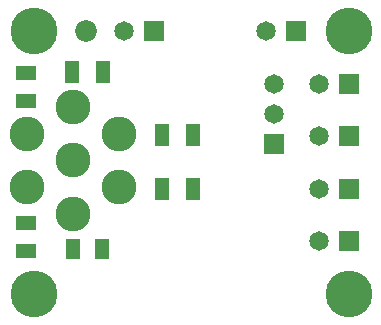
<source format=gbs>
G04 Layer_Color=16711935*
%FSLAX24Y24*%
%MOIN*%
G70*
G01*
G75*
%ADD36C,0.1162*%
%ADD37C,0.0651*%
%ADD38R,0.0651X0.0651*%
%ADD39R,0.0651X0.0651*%
%ADD40C,0.0721*%
%ADD41C,0.1560*%
%ADD42R,0.0493X0.0729*%
%ADD43R,0.0454X0.0651*%
%ADD44R,0.0651X0.0454*%
D36*
X2300Y5450D02*
D03*
X3835Y4564D02*
D03*
Y6336D02*
D03*
X2300Y7222D02*
D03*
X765Y6336D02*
D03*
Y4564D02*
D03*
X2300Y3678D02*
D03*
D37*
X10500Y4500D02*
D03*
Y2750D02*
D03*
X8750Y9750D02*
D03*
X4000D02*
D03*
X10500Y8000D02*
D03*
X9000D02*
D03*
Y7000D02*
D03*
X10500Y6250D02*
D03*
D38*
X11500Y4500D02*
D03*
Y2750D02*
D03*
X9750Y9750D02*
D03*
X5000D02*
D03*
X11500Y8000D02*
D03*
Y6250D02*
D03*
D39*
X9000Y6000D02*
D03*
D40*
X2750Y9750D02*
D03*
D41*
X11500Y1000D02*
D03*
Y9750D02*
D03*
X1000D02*
D03*
Y1000D02*
D03*
D42*
X6331Y4500D02*
D03*
X5268D02*
D03*
X3331Y8400D02*
D03*
X2269D02*
D03*
X6331Y6300D02*
D03*
X5268D02*
D03*
D43*
X3272Y2500D02*
D03*
X2328D02*
D03*
D44*
X750Y2428D02*
D03*
Y3372D02*
D03*
Y8372D02*
D03*
Y7428D02*
D03*
M02*

</source>
